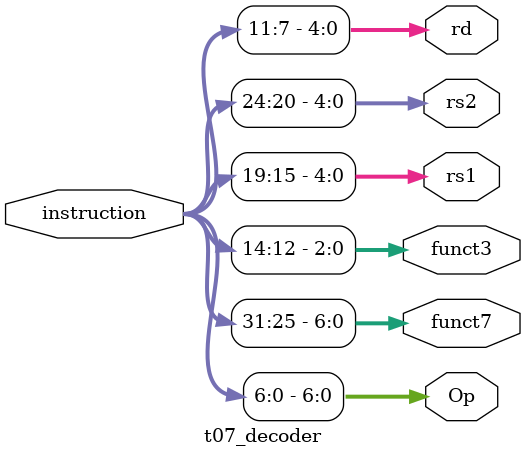
<source format=sv>
module t07_decoder (
    input logic [31:0] instruction, //come from data memory
    output logic [6:0] Op, funct7, //to control unit
    output logic [2:0] funct3, //to control unit
    output logic [4:0] rs1, rs2, rd //to internal register
);

assign Op = instruction[6:0];
assign funct3 = instruction[14:12];
assign rs1 = instruction[19:15];
assign rs2 = instruction[24:20];
assign rd = instruction[11:7];
assign funct7 = instruction[31:25];

endmodule
</source>
